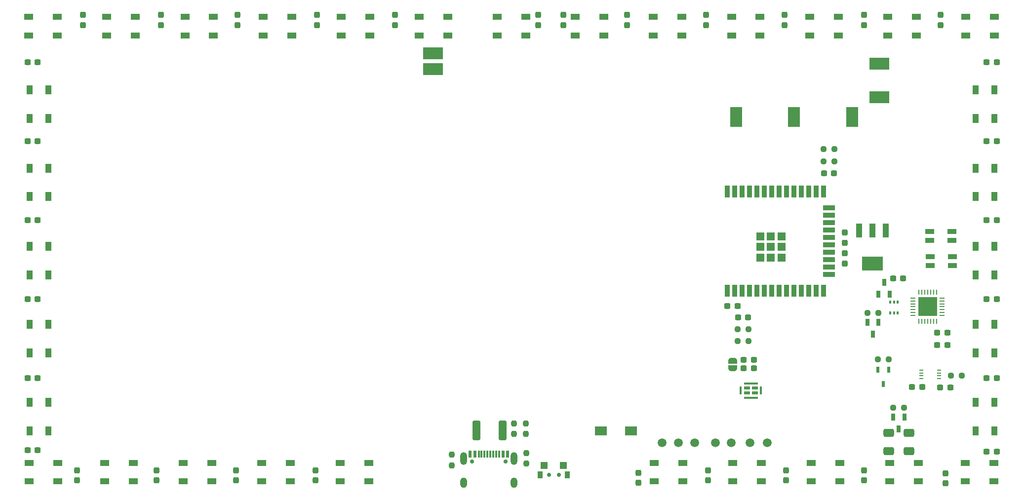
<source format=gbr>
%TF.GenerationSoftware,KiCad,Pcbnew,(6.0.6-0)*%
%TF.CreationDate,2022-10-17T19:06:24+02:00*%
%TF.ProjectId,GlowSignMainPCB,476c6f77-5369-4676-9e4d-61696e504342,rev?*%
%TF.SameCoordinates,Original*%
%TF.FileFunction,Soldermask,Top*%
%TF.FilePolarity,Negative*%
%FSLAX46Y46*%
G04 Gerber Fmt 4.6, Leading zero omitted, Abs format (unit mm)*
G04 Created by KiCad (PCBNEW (6.0.6-0)) date 2022-10-17 19:06:24*
%MOMM*%
%LPD*%
G01*
G04 APERTURE LIST*
G04 Aperture macros list*
%AMRoundRect*
0 Rectangle with rounded corners*
0 $1 Rounding radius*
0 $2 $3 $4 $5 $6 $7 $8 $9 X,Y pos of 4 corners*
0 Add a 4 corners polygon primitive as box body*
4,1,4,$2,$3,$4,$5,$6,$7,$8,$9,$2,$3,0*
0 Add four circle primitives for the rounded corners*
1,1,$1+$1,$2,$3*
1,1,$1+$1,$4,$5*
1,1,$1+$1,$6,$7*
1,1,$1+$1,$8,$9*
0 Add four rect primitives between the rounded corners*
20,1,$1+$1,$2,$3,$4,$5,0*
20,1,$1+$1,$4,$5,$6,$7,0*
20,1,$1+$1,$6,$7,$8,$9,0*
20,1,$1+$1,$8,$9,$2,$3,0*%
%AMFreePoly0*
4,1,22,0.500000,-0.750000,0.000000,-0.750000,0.000000,-0.745033,-0.079941,-0.743568,-0.215256,-0.701293,-0.333266,-0.622738,-0.424486,-0.514219,-0.481581,-0.384460,-0.499164,-0.250000,-0.500000,-0.250000,-0.500000,0.250000,-0.499164,0.250000,-0.499963,0.256109,-0.478152,0.396186,-0.417904,0.524511,-0.324060,0.630769,-0.204165,0.706417,-0.067858,0.745374,0.000000,0.744959,0.000000,0.750000,
0.500000,0.750000,0.500000,-0.750000,0.500000,-0.750000,$1*%
%AMFreePoly1*
4,1,20,0.000000,0.744959,0.073905,0.744508,0.209726,0.703889,0.328688,0.626782,0.421226,0.519385,0.479903,0.390333,0.500000,0.250000,0.500000,-0.250000,0.499851,-0.262216,0.476331,-0.402017,0.414519,-0.529596,0.319384,-0.634700,0.198574,-0.708877,0.061801,-0.746166,0.000000,-0.745033,0.000000,-0.750000,-0.500000,-0.750000,-0.500000,0.750000,0.000000,0.750000,0.000000,0.744959,
0.000000,0.744959,$1*%
G04 Aperture macros list end*
%ADD10RoundRect,0.237500X-0.237500X0.300000X-0.237500X-0.300000X0.237500X-0.300000X0.237500X0.300000X0*%
%ADD11R,0.900000X2.000000*%
%ADD12R,2.000000X0.900000*%
%ADD13R,1.330000X1.330000*%
%ADD14R,1.500000X1.000000*%
%ADD15RoundRect,0.237500X-0.300000X-0.237500X0.300000X-0.237500X0.300000X0.237500X-0.300000X0.237500X0*%
%ADD16RoundRect,0.237500X-0.250000X-0.237500X0.250000X-0.237500X0.250000X0.237500X-0.250000X0.237500X0*%
%ADD17R,2.000000X3.500000*%
%ADD18RoundRect,0.250000X0.400000X1.450000X-0.400000X1.450000X-0.400000X-1.450000X0.400000X-1.450000X0*%
%ADD19R,1.000000X1.500000*%
%ADD20R,3.500000X2.000000*%
%ADD21C,0.700025*%
%ADD22R,0.900000X1.200000*%
%ADD23R,1.200000X1.300000*%
%ADD24RoundRect,0.237500X-0.237500X0.250000X-0.237500X-0.250000X0.237500X-0.250000X0.237500X0.250000X0*%
%ADD25RoundRect,0.237500X0.250000X0.237500X-0.250000X0.237500X-0.250000X-0.237500X0.250000X-0.237500X0*%
%ADD26R,0.600000X1.070003*%
%ADD27R,0.280010X0.900000*%
%ADD28R,0.900000X0.280010*%
%ADD29R,3.300000X3.300000*%
%ADD30C,1.500000*%
%ADD31O,0.750013X0.250013*%
%ADD32RoundRect,0.237500X0.237500X-0.300000X0.237500X0.300000X-0.237500X0.300000X-0.237500X-0.300000X0*%
%ADD33R,0.980010X2.470003*%
%ADD34R,3.600000X2.470003*%
%ADD35RoundRect,0.237500X0.237500X-0.250000X0.237500X0.250000X-0.237500X0.250000X-0.237500X-0.250000X0*%
%ADD36RoundRect,0.250000X0.650000X-0.412500X0.650000X0.412500X-0.650000X0.412500X-0.650000X-0.412500X0*%
%ADD37R,1.500000X0.900000*%
%ADD38RoundRect,0.237500X0.300000X0.237500X-0.300000X0.237500X-0.300000X-0.237500X0.300000X-0.237500X0*%
%ADD39R,0.419990X0.600000*%
%ADD40R,0.600000X1.300000*%
%ADD41R,0.300000X1.300000*%
%ADD42O,1.200000X1.800000*%
%ADD43O,1.200000X2.200000*%
%ADD44R,0.700000X1.250013*%
%ADD45R,2.046380X1.620015*%
%ADD46FreePoly0,90.000000*%
%ADD47FreePoly1,90.000000*%
%ADD48R,1.050013X0.550013*%
%ADD49R,0.450013X1.400000*%
%ADD50R,2.400000X0.450013*%
G04 APERTURE END LIST*
D10*
%TO.C,C30*%
X155651200Y-60605500D03*
X155651200Y-62330500D03*
%TD*%
%TO.C,C24*%
X224688400Y-60605500D03*
X224688400Y-62330500D03*
%TD*%
D11*
%TO.C,U4*%
X188065900Y-107922500D03*
X189335900Y-107922500D03*
X190605900Y-107922500D03*
X191875900Y-107922500D03*
X193145900Y-107922500D03*
X194415900Y-107922500D03*
X195685900Y-107922500D03*
X196955900Y-107922500D03*
X198225900Y-107922500D03*
X199495900Y-107922500D03*
X200765900Y-107922500D03*
X202035900Y-107922500D03*
X203305900Y-107922500D03*
X204575900Y-107922500D03*
D12*
X205575900Y-105137500D03*
X205575900Y-103867500D03*
X205575900Y-102597500D03*
X205575900Y-101327500D03*
X205575900Y-100057500D03*
X205575900Y-98787500D03*
X205575900Y-97517500D03*
X205575900Y-96247500D03*
X205575900Y-94977500D03*
X205575900Y-93707500D03*
D11*
X204575900Y-90922500D03*
X203305900Y-90922500D03*
X202035900Y-90922500D03*
X200765900Y-90922500D03*
X199495900Y-90922500D03*
X198225900Y-90922500D03*
X196955900Y-90922500D03*
X195685900Y-90922500D03*
X194415900Y-90922500D03*
X193145900Y-90922500D03*
X191875900Y-90922500D03*
X190605900Y-90922500D03*
X189335900Y-90922500D03*
X188065900Y-90922500D03*
D13*
X193730900Y-102257500D03*
X195565900Y-100422500D03*
X193730900Y-98587500D03*
X197400900Y-102257500D03*
X197400900Y-98587500D03*
X197400900Y-100422500D03*
X195565900Y-102257500D03*
X193730900Y-100422500D03*
X195565900Y-98587500D03*
%TD*%
D14*
%TO.C,D17*%
X108482750Y-60961100D03*
X108482750Y-64161100D03*
X113382750Y-64161100D03*
X113382750Y-60961100D03*
%TD*%
%TO.C,D11*%
X188819450Y-60961100D03*
X188819450Y-64161100D03*
X193719450Y-64161100D03*
X193719450Y-60961100D03*
%TD*%
D15*
%TO.C,C54*%
X224622720Y-124496537D03*
X226347720Y-124496537D03*
%TD*%
D10*
%TO.C,C25*%
X211531200Y-60605500D03*
X211531200Y-62330500D03*
%TD*%
D14*
%TO.C,D14*%
X148651100Y-60961100D03*
X148651100Y-64161100D03*
X153551100Y-64161100D03*
X153551100Y-60961100D03*
%TD*%
D16*
%TO.C,R19*%
X213920700Y-119684800D03*
X215745700Y-119684800D03*
%TD*%
D14*
%TO.C,D8*%
X228987800Y-60961100D03*
X228987800Y-64161100D03*
X233887800Y-64161100D03*
X233887800Y-60961100D03*
%TD*%
D17*
%TO.C,P4*%
X199567800Y-78130400D03*
%TD*%
D18*
%TO.C,F1*%
X149545000Y-131876800D03*
X145095000Y-131876800D03*
%TD*%
D15*
%TO.C,C57*%
X216510700Y-105816400D03*
X218235700Y-105816400D03*
%TD*%
D19*
%TO.C,D3*%
X233910800Y-127056100D03*
X230710800Y-127056100D03*
X230710800Y-131956100D03*
X233910800Y-131956100D03*
%TD*%
D14*
%TO.C,D28*%
X99681200Y-140639600D03*
X99681200Y-137439600D03*
X94781200Y-137439600D03*
X94781200Y-140639600D03*
%TD*%
D20*
%TO.C,P2*%
X137668000Y-69926200D03*
%TD*%
D21*
%TO.C,SW3*%
X157493460Y-139475768D03*
X159193486Y-139475768D03*
D22*
X160643575Y-139475768D03*
X156043625Y-139475768D03*
D23*
X160018479Y-137925857D03*
X156668467Y-137925857D03*
%TD*%
D14*
%TO.C,D18*%
X95093300Y-60961100D03*
X95093300Y-64161100D03*
X99993300Y-64161100D03*
X99993300Y-60961100D03*
%TD*%
D24*
%TO.C,R2*%
X140817600Y-136044300D03*
X140817600Y-137869300D03*
%TD*%
D25*
%TO.C,R20*%
X213967700Y-111709200D03*
X212142700Y-111709200D03*
%TD*%
D15*
%TO.C,C41*%
X68122800Y-135229600D03*
X69847800Y-135229600D03*
%TD*%
D20*
%TO.C,P6*%
X214172800Y-74701400D03*
%TD*%
D10*
%TO.C,C7*%
X208280000Y-101499500D03*
X208280000Y-103224500D03*
%TD*%
D14*
%TO.C,D20*%
X68314400Y-60961100D03*
X68314400Y-64161100D03*
X73214400Y-64161100D03*
X73214400Y-60961100D03*
%TD*%
D25*
%TO.C,R18*%
X218372062Y-127949200D03*
X216547062Y-127949200D03*
%TD*%
D15*
%TO.C,C37*%
X68122800Y-82270600D03*
X69847800Y-82270600D03*
%TD*%
D14*
%TO.C,D12*%
X175430000Y-60961100D03*
X175430000Y-64161100D03*
X180330000Y-64161100D03*
X180330000Y-60961100D03*
%TD*%
D26*
%TO.C,U12*%
X215783162Y-121446923D03*
X213883238Y-121446923D03*
X214833200Y-123917077D03*
%TD*%
D27*
%TO.C,U7*%
X220951930Y-113170479D03*
X221452311Y-113170479D03*
X221952692Y-113170479D03*
X222453073Y-113170479D03*
X222953454Y-113170479D03*
X223453835Y-113170479D03*
X223954216Y-113170479D03*
D28*
X224953200Y-112171749D03*
X224953200Y-111671368D03*
X224953200Y-111170987D03*
X224953200Y-110670606D03*
X224953200Y-110170225D03*
X224953200Y-109669844D03*
X224953200Y-109169463D03*
D27*
X223954216Y-108170479D03*
X223453835Y-108170479D03*
X222953454Y-108170479D03*
X222453073Y-108170479D03*
X221952692Y-108170479D03*
X221452311Y-108170479D03*
X220951930Y-108170479D03*
D28*
X219953200Y-109169463D03*
X219953200Y-109669844D03*
X219953200Y-110170225D03*
X219953200Y-110670606D03*
X219953200Y-111170987D03*
X219953200Y-111671368D03*
X219953200Y-112171749D03*
D29*
X222453073Y-110670606D03*
%TD*%
D14*
%TO.C,D10*%
X202208900Y-60961100D03*
X202208900Y-64161100D03*
X207108900Y-64161100D03*
X207108900Y-60961100D03*
%TD*%
D19*
%TO.C,D5*%
X233910800Y-100278100D03*
X230710800Y-100278100D03*
X230710800Y-105178100D03*
X233910800Y-105178100D03*
%TD*%
D30*
%TO.C,TP1*%
X191973200Y-134010400D03*
%TD*%
D10*
%TO.C,C31*%
X131114800Y-60605500D03*
X131114800Y-62330500D03*
%TD*%
D15*
%TO.C,C39*%
X68122800Y-109347000D03*
X69847800Y-109347000D03*
%TD*%
D30*
%TO.C,TP4*%
X186029600Y-134010400D03*
%TD*%
D31*
%TO.C,U3*%
X224434400Y-123021600D03*
X224434400Y-122521473D03*
X224434400Y-122021600D03*
X224434400Y-121521473D03*
X221334578Y-121521473D03*
X221334578Y-122021600D03*
X221334578Y-122521473D03*
X221334578Y-123021600D03*
%TD*%
D19*
%TO.C,D24*%
X68464400Y-118567100D03*
X71664400Y-118567100D03*
X71664400Y-113667100D03*
X68464400Y-113667100D03*
%TD*%
D15*
%TO.C,C36*%
X68122800Y-68732400D03*
X69847800Y-68732400D03*
%TD*%
D10*
%TO.C,C26*%
X197916800Y-60605500D03*
X197916800Y-62330500D03*
%TD*%
D14*
%TO.C,D32*%
X193915200Y-140639600D03*
X193915200Y-137439600D03*
X189015200Y-137439600D03*
X189015200Y-140639600D03*
%TD*%
%TO.C,D26*%
X73316000Y-140639600D03*
X73316000Y-137439600D03*
X68416000Y-137439600D03*
X68416000Y-140639600D03*
%TD*%
D32*
%TO.C,C46*%
X172872400Y-140867300D03*
X172872400Y-139142300D03*
%TD*%
D33*
%TO.C,U18*%
X215304375Y-97564850D03*
X213004400Y-97564850D03*
X210704425Y-97564850D03*
D34*
X213004400Y-103234650D03*
%TD*%
D35*
%TO.C,R11*%
X151545405Y-132484500D03*
X151545405Y-130659500D03*
%TD*%
D32*
%TO.C,C44*%
X103861150Y-140460900D03*
X103861150Y-138735900D03*
%TD*%
D19*
%TO.C,D23*%
X68464400Y-105178100D03*
X71664400Y-105178100D03*
X71664400Y-100278100D03*
X68464400Y-100278100D03*
%TD*%
D36*
%TO.C,C3*%
X219252800Y-135420500D03*
X219252800Y-132295500D03*
%TD*%
D14*
%TO.C,D15*%
X135261650Y-60961100D03*
X135261650Y-64161100D03*
X140161650Y-64161100D03*
X140161650Y-60961100D03*
%TD*%
D15*
%TO.C,C38*%
X68122800Y-95808800D03*
X69847800Y-95808800D03*
%TD*%
%TO.C,C40*%
X68122800Y-122885200D03*
X69847800Y-122885200D03*
%TD*%
D14*
%TO.C,D35*%
X233847500Y-140639600D03*
X233847500Y-137439600D03*
X228947500Y-137439600D03*
X228947500Y-140639600D03*
%TD*%
D37*
%TO.C,SW1*%
X222839276Y-97801936D03*
X226639124Y-97801936D03*
X226639124Y-99302064D03*
X222839276Y-99302064D03*
%TD*%
D14*
%TO.C,D31*%
X180453200Y-140639600D03*
X180453200Y-137439600D03*
X175553200Y-137439600D03*
X175553200Y-140639600D03*
%TD*%
D19*
%TO.C,D4*%
X233910800Y-113667100D03*
X230710800Y-113667100D03*
X230710800Y-118567100D03*
X233910800Y-118567100D03*
%TD*%
D38*
%TO.C,C19*%
X234288500Y-122885200D03*
X232563500Y-122885200D03*
%TD*%
D10*
%TO.C,C32*%
X117703600Y-60605500D03*
X117703600Y-62330500D03*
%TD*%
D14*
%TO.C,D19*%
X81703850Y-60961100D03*
X81703850Y-64161100D03*
X86603850Y-64161100D03*
X86603850Y-60961100D03*
%TD*%
D10*
%TO.C,C34*%
X90982800Y-60605500D03*
X90982800Y-62330500D03*
%TD*%
D32*
%TO.C,C47*%
X184823100Y-140460900D03*
X184823100Y-138735900D03*
%TD*%
D14*
%TO.C,D16*%
X121872200Y-60961100D03*
X121872200Y-64161100D03*
X126772200Y-64161100D03*
X126772200Y-60961100D03*
%TD*%
D38*
%TO.C,C53*%
X192632500Y-119735600D03*
X190907500Y-119735600D03*
%TD*%
D14*
%TO.C,D29*%
X113143200Y-140639600D03*
X113143200Y-137439600D03*
X108243200Y-137439600D03*
X108243200Y-140639600D03*
%TD*%
D39*
%TO.C,U8*%
X216043010Y-111749633D03*
X216692997Y-111749633D03*
X217342984Y-111749633D03*
X217342984Y-109849709D03*
X216692997Y-109849709D03*
X216043010Y-109849709D03*
%TD*%
D21*
%TO.C,USB1*%
X144328382Y-137197455D03*
X150108418Y-137197455D03*
D40*
X144018502Y-135954884D03*
X144818349Y-135954884D03*
D41*
X145968464Y-135954884D03*
X146968464Y-135954884D03*
X147468336Y-135954884D03*
X148468336Y-135954884D03*
D40*
X150418298Y-135954884D03*
X149618451Y-135954884D03*
D41*
X148968464Y-135954884D03*
X147968464Y-135954884D03*
X146468336Y-135954884D03*
X145468336Y-135954884D03*
D42*
X151538441Y-140877414D03*
D43*
X142898359Y-136697328D03*
D42*
X142898359Y-140877414D03*
D43*
X151538441Y-136697328D03*
%TD*%
D44*
%TO.C,U19*%
X214035638Y-108492800D03*
X215935562Y-108492800D03*
X214985600Y-106492800D03*
%TD*%
D14*
%TO.C,D34*%
X220839200Y-140639600D03*
X220839200Y-137439600D03*
X215939200Y-137439600D03*
X215939200Y-140639600D03*
%TD*%
D30*
%TO.C,TP7*%
X179730400Y-134010400D03*
%TD*%
%TO.C,TP8*%
X176936400Y-134010400D03*
%TD*%
D14*
%TO.C,D9*%
X215598350Y-60961100D03*
X215598350Y-64161100D03*
X220498350Y-64161100D03*
X220498350Y-60961100D03*
%TD*%
D30*
%TO.C,TP2*%
X194970400Y-134010400D03*
%TD*%
D19*
%TO.C,D7*%
X233910800Y-73500100D03*
X230710800Y-73500100D03*
X230710800Y-78400100D03*
X233910800Y-78400100D03*
%TD*%
D32*
%TO.C,C42*%
X76555600Y-140460900D03*
X76555600Y-138735900D03*
%TD*%
D16*
%TO.C,R1*%
X226452320Y-122515337D03*
X228277320Y-122515337D03*
%TD*%
D38*
%TO.C,C22*%
X234288500Y-82270600D03*
X232563500Y-82270600D03*
%TD*%
D24*
%TO.C,R3*%
X153670000Y-135739500D03*
X153670000Y-137564500D03*
%TD*%
D38*
%TO.C,C20*%
X234288500Y-109347000D03*
X232563500Y-109347000D03*
%TD*%
D10*
%TO.C,C29*%
X159969200Y-60605500D03*
X159969200Y-62330500D03*
%TD*%
D19*
%TO.C,D25*%
X68464400Y-131956100D03*
X71664400Y-131956100D03*
X71664400Y-127056100D03*
X68464400Y-127056100D03*
%TD*%
%TO.C,D22*%
X68464400Y-91789100D03*
X71664400Y-91789100D03*
X71664400Y-86889100D03*
X68464400Y-86889100D03*
%TD*%
D44*
%TO.C,U14*%
X214030562Y-113350800D03*
X212130638Y-113350800D03*
X213080600Y-115350800D03*
%TD*%
D14*
%TO.C,D33*%
X207377200Y-140639600D03*
X207377200Y-137439600D03*
X202477200Y-137439600D03*
X202477200Y-140639600D03*
%TD*%
D45*
%TO.C,U2*%
X171577031Y-131978425D03*
X166446220Y-131978425D03*
%TD*%
D19*
%TO.C,D6*%
X233910800Y-86889100D03*
X230710800Y-86889100D03*
X230710800Y-91789100D03*
X233910800Y-91789100D03*
%TD*%
D10*
%TO.C,C28*%
X170942000Y-60605500D03*
X170942000Y-62330500D03*
%TD*%
D20*
%TO.C,P7*%
X214172800Y-68978400D03*
%TD*%
D25*
%TO.C,R6*%
X191729550Y-114554000D03*
X189904550Y-114554000D03*
%TD*%
D10*
%TO.C,C27*%
X184454800Y-60605500D03*
X184454800Y-62330500D03*
%TD*%
D32*
%TO.C,C45*%
X117513925Y-140460900D03*
X117513925Y-138735900D03*
%TD*%
D38*
%TO.C,C4*%
X225835497Y-117250530D03*
X224110497Y-117250530D03*
%TD*%
D30*
%TO.C,TP6*%
X182473600Y-134010400D03*
%TD*%
D46*
%TO.C,JP3*%
X189026800Y-121249200D03*
D47*
X189026800Y-119949200D03*
%TD*%
D24*
%TO.C,R10*%
X153568400Y-130659500D03*
X153568400Y-132484500D03*
%TD*%
D32*
%TO.C,C50*%
X225501200Y-140968900D03*
X225501200Y-139243900D03*
%TD*%
D38*
%TO.C,C2*%
X221523620Y-124445737D03*
X219798620Y-124445737D03*
%TD*%
D17*
%TO.C,P3*%
X189661800Y-78130400D03*
%TD*%
D10*
%TO.C,C33*%
X104089200Y-60605500D03*
X104089200Y-62330500D03*
%TD*%
D48*
%TO.C,U20*%
X191450517Y-125453255D03*
X192800784Y-125453255D03*
X192800784Y-124603369D03*
X191450517Y-124603369D03*
D49*
X190400733Y-125028312D03*
D50*
X192125651Y-126253357D03*
D49*
X193850568Y-125028312D03*
D50*
X192125651Y-123803268D03*
%TD*%
D44*
%TO.C,U13*%
X218460324Y-129590800D03*
X216560400Y-129590800D03*
X217510362Y-131590800D03*
%TD*%
D38*
%TO.C,C8*%
X191679550Y-112534000D03*
X189954550Y-112534000D03*
%TD*%
D20*
%TO.C,P1*%
X137668000Y-67183000D03*
%TD*%
D10*
%TO.C,C35*%
X77571600Y-60605500D03*
X77571600Y-62330500D03*
%TD*%
D14*
%TO.C,D27*%
X86219200Y-140639600D03*
X86219200Y-137439600D03*
X81319200Y-137439600D03*
X81319200Y-140639600D03*
%TD*%
%TO.C,D13*%
X162040550Y-60961100D03*
X162040550Y-64161100D03*
X166940550Y-64161100D03*
X166940550Y-60961100D03*
%TD*%
D19*
%TO.C,D21*%
X68464400Y-78400100D03*
X71664400Y-78400100D03*
X71664400Y-73500100D03*
X68464400Y-73500100D03*
%TD*%
D15*
%TO.C,C6*%
X224110497Y-115150530D03*
X225835497Y-115150530D03*
%TD*%
%TO.C,C1*%
X188108550Y-110510400D03*
X189833550Y-110510400D03*
%TD*%
D14*
%TO.C,D30*%
X126605200Y-140639600D03*
X126605200Y-137439600D03*
X121705200Y-137439600D03*
X121705200Y-140639600D03*
%TD*%
D32*
%TO.C,C48*%
X198196200Y-140460900D03*
X198196200Y-138735900D03*
%TD*%
D30*
%TO.C,TP5*%
X188766800Y-134010400D03*
%TD*%
D17*
%TO.C,P5*%
X209524600Y-78130400D03*
%TD*%
D38*
%TO.C,C18*%
X234288500Y-135483600D03*
X232563500Y-135483600D03*
%TD*%
D16*
%TO.C,R7*%
X204624300Y-85742400D03*
X206449300Y-85742400D03*
%TD*%
D38*
%TO.C,C10*%
X192632500Y-121210800D03*
X190907500Y-121210800D03*
%TD*%
D25*
%TO.C,R5*%
X206449300Y-83652400D03*
X204624300Y-83652400D03*
%TD*%
D15*
%TO.C,C9*%
X204674300Y-87782400D03*
X206399300Y-87782400D03*
%TD*%
D16*
%TO.C,R4*%
X189904550Y-116574000D03*
X191729550Y-116574000D03*
%TD*%
D32*
%TO.C,C5*%
X208280000Y-99668500D03*
X208280000Y-97943500D03*
%TD*%
D36*
%TO.C,C55*%
X215747600Y-135420500D03*
X215747600Y-132295500D03*
%TD*%
D32*
%TO.C,C49*%
X211569300Y-140460900D03*
X211569300Y-138735900D03*
%TD*%
D37*
%TO.C,SW2*%
X222890076Y-103569264D03*
X226689924Y-103569264D03*
X222890076Y-102069136D03*
X226689924Y-102069136D03*
%TD*%
D32*
%TO.C,C43*%
X90208375Y-140460900D03*
X90208375Y-138735900D03*
%TD*%
D38*
%TO.C,C23*%
X234288500Y-68732400D03*
X232563500Y-68732400D03*
%TD*%
%TO.C,C21*%
X234288500Y-95808800D03*
X232563500Y-95808800D03*
%TD*%
M02*

</source>
